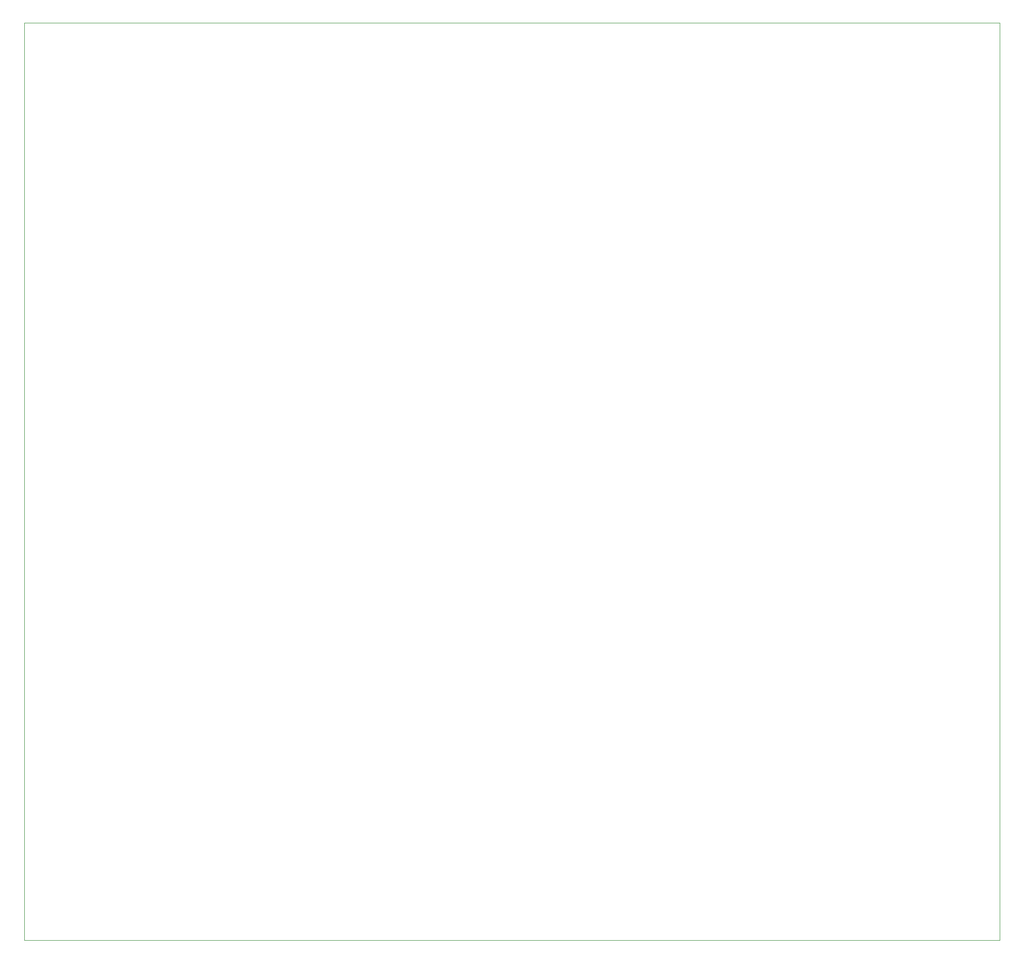
<source format=gbr>
%FSLAX34Y34*%
%MOMM*%
%LNOUTLINE*%
G71*
G01*
%ADD10C,0.002*%
%LPD*%
G54D10*
X-1704950Y426900D02*
X-4950Y426900D01*
X-4950Y-1173100D01*
X-1704950Y-1173100D01*
X-1704950Y426900D01*
M02*

</source>
